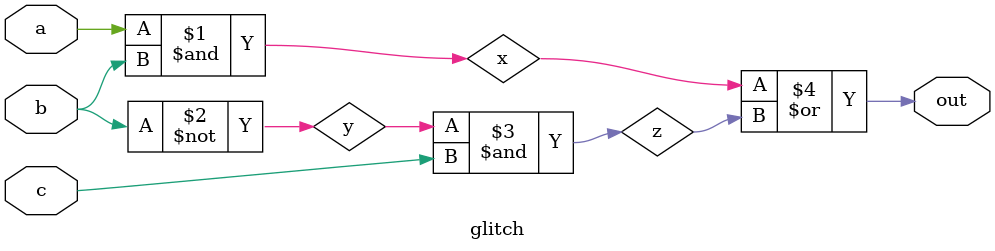
<source format=v>

`timescale 1ns/1ns

module glitch(
  input wire a,
  input wire b,
  input wire c,
  output wire out
);
  wire x, y, z;

  assign #1 x = a & b;
  assign #1 y = ~b;
  assign #1 z = y & c;
  assign #1 out = x | z;
endmodule

</source>
